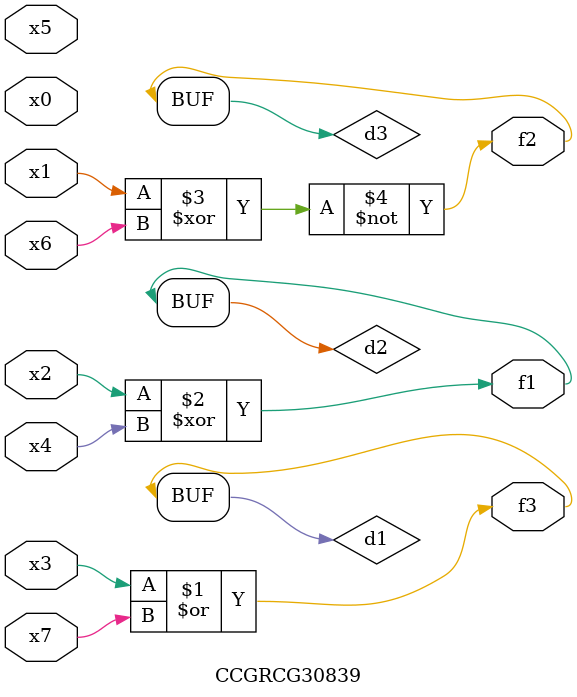
<source format=v>
module CCGRCG30839(
	input x0, x1, x2, x3, x4, x5, x6, x7,
	output f1, f2, f3
);

	wire d1, d2, d3;

	or (d1, x3, x7);
	xor (d2, x2, x4);
	xnor (d3, x1, x6);
	assign f1 = d2;
	assign f2 = d3;
	assign f3 = d1;
endmodule

</source>
